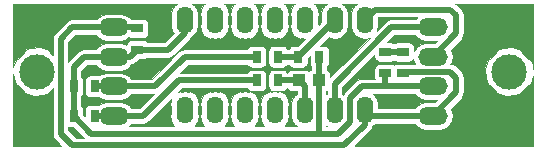
<source format=gbr>
G04 #@! TF.FileFunction,Copper,L2,Bot,Signal*
%FSLAX46Y46*%
G04 Gerber Fmt 4.6, Leading zero omitted, Abs format (unit mm)*
G04 Created by KiCad (PCBNEW 4.0.5) date 02/15/17 12:19:56*
%MOMM*%
%LPD*%
G01*
G04 APERTURE LIST*
%ADD10C,0.100000*%
%ADD11R,1.000000X0.800000*%
%ADD12O,2.500000X1.500000*%
%ADD13C,3.000000*%
%ADD14R,0.800000X1.000000*%
%ADD15O,1.400000X2.300000*%
%ADD16R,1.100000X1.000000*%
%ADD17C,0.500000*%
%ADD18C,0.026000*%
G04 APERTURE END LIST*
D10*
D11*
X11000000Y-4400000D03*
X11000000Y-2600000D03*
D12*
X9000000Y-2500000D03*
X9000000Y-5000000D03*
X9000000Y-7500000D03*
X9000000Y-10000000D03*
D13*
X2500000Y-6250000D03*
D12*
X36000000Y-10000000D03*
X36000000Y-7500000D03*
X36000000Y-5000000D03*
X36000000Y-2500000D03*
D13*
X42500000Y-6250000D03*
D14*
X5600000Y-10000000D03*
X7400000Y-10000000D03*
X5600000Y-7500000D03*
X7400000Y-7500000D03*
D15*
X15000000Y-9500000D03*
X17540000Y-9500000D03*
X20080000Y-9500000D03*
X22620000Y-9500000D03*
X25160000Y-9500000D03*
X27700000Y-9500000D03*
X30240000Y-9500000D03*
X30240000Y-1880000D03*
X27700000Y-1880000D03*
X25160000Y-1880000D03*
X22620000Y-1880000D03*
X20080000Y-1880000D03*
X17540000Y-1880000D03*
X15000000Y-1880000D03*
D16*
X26350000Y-7000000D03*
X24650000Y-7000000D03*
D14*
X24600000Y-5000000D03*
X26400000Y-5000000D03*
X22900000Y-7000000D03*
X21100000Y-7000000D03*
X22900000Y-5000000D03*
X21100000Y-5000000D03*
D11*
X33500000Y-4600000D03*
X33500000Y-6400000D03*
X32000000Y-4600000D03*
X32000000Y-6400000D03*
D17*
X32000000Y-6400000D02*
X32000000Y-7500000D01*
X26350000Y-7000000D02*
X26350000Y-11500000D01*
X26350000Y-11500000D02*
X26500000Y-11500000D01*
X26400000Y-5000000D02*
X26400000Y-6950000D01*
X26400000Y-6950000D02*
X26350000Y-7000000D01*
X36000000Y-7500000D02*
X32000000Y-7500000D01*
X32000000Y-7500000D02*
X30000000Y-7500000D01*
X30000000Y-7500000D02*
X29000000Y-8500000D01*
X29000000Y-8500000D02*
X29000000Y-10500000D01*
X29000000Y-10500000D02*
X28000000Y-11500000D01*
X28000000Y-11500000D02*
X26500000Y-11500000D01*
X7100000Y-11500000D02*
X5600000Y-10000000D01*
X26500000Y-11500000D02*
X7100000Y-11500000D01*
X11000000Y-4400000D02*
X13600000Y-4400000D01*
X15000000Y-3000000D02*
X15000000Y-1880000D01*
X13600000Y-4400000D02*
X15000000Y-3000000D01*
X5600000Y-7500000D02*
X5600000Y-5900000D01*
X6500000Y-5000000D02*
X9000000Y-5000000D01*
X5600000Y-5900000D02*
X6500000Y-5000000D01*
X5600000Y-7500000D02*
X5600000Y-10000000D01*
X9000000Y-5000000D02*
X10400000Y-5000000D01*
X10400000Y-5000000D02*
X11000000Y-4400000D01*
X33500000Y-6400000D02*
X33650000Y-6250000D01*
X33650000Y-6250000D02*
X37500000Y-6250000D01*
X37500000Y-6250000D02*
X38000000Y-6750000D01*
X38000000Y-6750000D02*
X38000000Y-8000000D01*
X38000000Y-8000000D02*
X36000000Y-10000000D01*
X30240000Y-9500000D02*
X30240000Y-10760000D01*
X5500000Y-2500000D02*
X9000000Y-2500000D01*
X4500000Y-3500000D02*
X5500000Y-2500000D01*
X4500000Y-11500000D02*
X4500000Y-3500000D01*
X5500000Y-12500000D02*
X4500000Y-11500000D01*
X28500000Y-12500000D02*
X5500000Y-12500000D01*
X30240000Y-10760000D02*
X28500000Y-12500000D01*
X36000000Y-10000000D02*
X30740000Y-10000000D01*
X30740000Y-10000000D02*
X30240000Y-9500000D01*
X9000000Y-2500000D02*
X8000000Y-2500000D01*
X9000000Y-2500000D02*
X10900000Y-2500000D01*
X10900000Y-2500000D02*
X11000000Y-2600000D01*
X21100000Y-5000000D02*
X15000000Y-5000000D01*
X12500000Y-7500000D02*
X9000000Y-7500000D01*
X15000000Y-5000000D02*
X12500000Y-7500000D01*
X7400000Y-7500000D02*
X9000000Y-7500000D01*
X9000000Y-10000000D02*
X11500000Y-10000000D01*
X14500000Y-7000000D02*
X21100000Y-7000000D01*
X11500000Y-10000000D02*
X14500000Y-7000000D01*
X7400000Y-10000000D02*
X9000000Y-10000000D01*
X30240000Y-1880000D02*
X31120000Y-1000000D01*
X38000000Y-3000000D02*
X36000000Y-5000000D01*
X38000000Y-1500000D02*
X38000000Y-3000000D01*
X37500000Y-1000000D02*
X38000000Y-1500000D01*
X31120000Y-1000000D02*
X37500000Y-1000000D01*
X27700000Y-9500000D02*
X27700000Y-7300000D01*
X32500000Y-2500000D02*
X36000000Y-2500000D01*
X27700000Y-7300000D02*
X32500000Y-2500000D01*
X25160000Y-9500000D02*
X25160000Y-7510000D01*
X25160000Y-7510000D02*
X24650000Y-7000000D01*
X22900000Y-7000000D02*
X24650000Y-7000000D01*
X24600000Y-5000000D02*
X24600000Y-4980000D01*
X24600000Y-4980000D02*
X27700000Y-1880000D01*
X22900000Y-5000000D02*
X24600000Y-5000000D01*
X32000000Y-4600000D02*
X33500000Y-4600000D01*
D18*
G36*
X516444Y-6808169D02*
X702729Y-7257901D01*
X975307Y-7433867D01*
X977040Y-7432134D01*
X1317569Y-7773257D01*
X1316133Y-7774693D01*
X1492099Y-8047271D01*
X2256607Y-8296169D01*
X3058169Y-8233556D01*
X3507901Y-8047271D01*
X3683867Y-7774693D01*
X3682134Y-7772960D01*
X3837000Y-7618364D01*
X3837000Y-11500000D01*
X3887468Y-11753719D01*
X4031188Y-11968812D01*
X4574377Y-12512000D01*
X488000Y-12512000D01*
X488000Y-6444033D01*
X516444Y-6808169D01*
X516444Y-6808169D01*
G37*
X516444Y-6808169D02*
X702729Y-7257901D01*
X975307Y-7433867D01*
X977040Y-7432134D01*
X1317569Y-7773257D01*
X1316133Y-7774693D01*
X1492099Y-8047271D01*
X2256607Y-8296169D01*
X3058169Y-8233556D01*
X3507901Y-8047271D01*
X3683867Y-7774693D01*
X3682134Y-7772960D01*
X3837000Y-7618364D01*
X3837000Y-11500000D01*
X3887468Y-11753719D01*
X4031188Y-11968812D01*
X4574377Y-12512000D01*
X488000Y-12512000D01*
X488000Y-6444033D01*
X516444Y-6808169D01*
G36*
X44512000Y-6055967D02*
X44483556Y-5691831D01*
X44297271Y-5242099D01*
X44024693Y-5066133D01*
X44022960Y-5067866D01*
X43682431Y-4726743D01*
X43683867Y-4725307D01*
X43507901Y-4452729D01*
X42743393Y-4203831D01*
X41941831Y-4266444D01*
X41492099Y-4452729D01*
X41316133Y-4725307D01*
X41317866Y-4727040D01*
X40976743Y-5067569D01*
X40975307Y-5066133D01*
X40702729Y-5242099D01*
X40453831Y-6006607D01*
X40516444Y-6808169D01*
X40702729Y-7257901D01*
X40975307Y-7433867D01*
X40977040Y-7432134D01*
X41317569Y-7773257D01*
X41316133Y-7774693D01*
X41492099Y-8047271D01*
X42256607Y-8296169D01*
X43058169Y-8233556D01*
X43507901Y-8047271D01*
X43683867Y-7774693D01*
X43682134Y-7772960D01*
X44023257Y-7432431D01*
X44024693Y-7433867D01*
X44297271Y-7257901D01*
X44512000Y-6598346D01*
X44512000Y-12512000D01*
X29425624Y-12512000D01*
X30708812Y-11228812D01*
X30852532Y-11013719D01*
X30882242Y-10864362D01*
X31027010Y-10767631D01*
X31096922Y-10663000D01*
X34538570Y-10663000D01*
X34645055Y-10822365D01*
X35022359Y-11074472D01*
X35467420Y-11163000D01*
X36532580Y-11163000D01*
X36977641Y-11074472D01*
X37354945Y-10822365D01*
X37607052Y-10445061D01*
X37695580Y-10000000D01*
X37607052Y-9554939D01*
X37517183Y-9420441D01*
X38468812Y-8468812D01*
X38612532Y-8253719D01*
X38663000Y-8000000D01*
X38663000Y-6750000D01*
X38612532Y-6496281D01*
X38468812Y-6281188D01*
X37968812Y-5781188D01*
X37753719Y-5637468D01*
X37510779Y-5589144D01*
X37607052Y-5445061D01*
X37695580Y-5000000D01*
X37607052Y-4554939D01*
X37517183Y-4420441D01*
X38468812Y-3468812D01*
X38612532Y-3253719D01*
X38663000Y-3000000D01*
X38663000Y-1500000D01*
X38612532Y-1246281D01*
X38468812Y-1031188D01*
X37968812Y-531188D01*
X37904176Y-488000D01*
X44512000Y-488000D01*
X44512000Y-6055967D01*
X44512000Y-6055967D01*
G37*
X44512000Y-6055967D02*
X44483556Y-5691831D01*
X44297271Y-5242099D01*
X44024693Y-5066133D01*
X44022960Y-5067866D01*
X43682431Y-4726743D01*
X43683867Y-4725307D01*
X43507901Y-4452729D01*
X42743393Y-4203831D01*
X41941831Y-4266444D01*
X41492099Y-4452729D01*
X41316133Y-4725307D01*
X41317866Y-4727040D01*
X40976743Y-5067569D01*
X40975307Y-5066133D01*
X40702729Y-5242099D01*
X40453831Y-6006607D01*
X40516444Y-6808169D01*
X40702729Y-7257901D01*
X40975307Y-7433867D01*
X40977040Y-7432134D01*
X41317569Y-7773257D01*
X41316133Y-7774693D01*
X41492099Y-8047271D01*
X42256607Y-8296169D01*
X43058169Y-8233556D01*
X43507901Y-8047271D01*
X43683867Y-7774693D01*
X43682134Y-7772960D01*
X44023257Y-7432431D01*
X44024693Y-7433867D01*
X44297271Y-7257901D01*
X44512000Y-6598346D01*
X44512000Y-12512000D01*
X29425624Y-12512000D01*
X30708812Y-11228812D01*
X30852532Y-11013719D01*
X30882242Y-10864362D01*
X31027010Y-10767631D01*
X31096922Y-10663000D01*
X34538570Y-10663000D01*
X34645055Y-10822365D01*
X35022359Y-11074472D01*
X35467420Y-11163000D01*
X36532580Y-11163000D01*
X36977641Y-11074472D01*
X37354945Y-10822365D01*
X37607052Y-10445061D01*
X37695580Y-10000000D01*
X37607052Y-9554939D01*
X37517183Y-9420441D01*
X38468812Y-8468812D01*
X38612532Y-8253719D01*
X38663000Y-8000000D01*
X38663000Y-6750000D01*
X38612532Y-6496281D01*
X38468812Y-6281188D01*
X37968812Y-5781188D01*
X37753719Y-5637468D01*
X37510779Y-5589144D01*
X37607052Y-5445061D01*
X37695580Y-5000000D01*
X37607052Y-4554939D01*
X37517183Y-4420441D01*
X38468812Y-3468812D01*
X38612532Y-3253719D01*
X38663000Y-3000000D01*
X38663000Y-1500000D01*
X38612532Y-1246281D01*
X38468812Y-1031188D01*
X37968812Y-531188D01*
X37904176Y-488000D01*
X44512000Y-488000D01*
X44512000Y-6055967D01*
G36*
X5200000Y-10921091D02*
X5583467Y-10921091D01*
X6499376Y-11837000D01*
X5774623Y-11837000D01*
X5163000Y-11225376D01*
X5163000Y-10913598D01*
X5200000Y-10921091D01*
X5200000Y-10921091D01*
G37*
X5200000Y-10921091D02*
X5583467Y-10921091D01*
X6499376Y-11837000D01*
X5774623Y-11837000D01*
X5163000Y-11225376D01*
X5163000Y-10913598D01*
X5200000Y-10921091D01*
G36*
X16641217Y-548504D02*
X16372299Y-959553D01*
X16281153Y-1442223D01*
X16427000Y-1636583D01*
X16427000Y-2123417D01*
X16281153Y-2317777D01*
X16372299Y-2800447D01*
X16641217Y-3211496D01*
X17114718Y-3474542D01*
X17248944Y-3415727D01*
X17540000Y-3473621D01*
X17831056Y-3415727D01*
X17965282Y-3474542D01*
X18438783Y-3211496D01*
X18707701Y-2800447D01*
X18798847Y-2317777D01*
X18653000Y-2123417D01*
X18653000Y-1636583D01*
X18798847Y-1442223D01*
X18707701Y-959553D01*
X18438783Y-548504D01*
X18329872Y-488000D01*
X19290128Y-488000D01*
X19181217Y-548504D01*
X18912299Y-959553D01*
X18821153Y-1442223D01*
X18967000Y-1636583D01*
X18967000Y-2123417D01*
X18821153Y-2317777D01*
X18912299Y-2800447D01*
X19181217Y-3211496D01*
X19654718Y-3474542D01*
X19788944Y-3415727D01*
X20080000Y-3473621D01*
X20371056Y-3415727D01*
X20505282Y-3474542D01*
X20978783Y-3211496D01*
X21247701Y-2800447D01*
X21338847Y-2317777D01*
X21193000Y-2123417D01*
X21193000Y-1636583D01*
X21338847Y-1442223D01*
X21247701Y-959553D01*
X20978783Y-548504D01*
X20869872Y-488000D01*
X21830128Y-488000D01*
X21721217Y-548504D01*
X21452299Y-959553D01*
X21361153Y-1442223D01*
X21507000Y-1636583D01*
X21507000Y-2123417D01*
X21361153Y-2317777D01*
X21452299Y-2800447D01*
X21721217Y-3211496D01*
X22194718Y-3474542D01*
X22328944Y-3415727D01*
X22620000Y-3473621D01*
X22911056Y-3415727D01*
X23045282Y-3474542D01*
X23518783Y-3211496D01*
X23787701Y-2800447D01*
X23878847Y-2317777D01*
X23733000Y-2123417D01*
X23733000Y-1636583D01*
X23878847Y-1442223D01*
X23787701Y-959553D01*
X23518783Y-548504D01*
X23409872Y-488000D01*
X24370128Y-488000D01*
X24261217Y-548504D01*
X23992299Y-959553D01*
X23901153Y-1442223D01*
X24047000Y-1636583D01*
X24047000Y-2123417D01*
X23901153Y-2317777D01*
X23992299Y-2800447D01*
X24261217Y-3211496D01*
X24734718Y-3474542D01*
X24868944Y-3415727D01*
X25160000Y-3473621D01*
X25170929Y-3471447D01*
X24563467Y-4078909D01*
X24200000Y-4078909D01*
X24046951Y-4107707D01*
X23906386Y-4198159D01*
X23812085Y-4336172D01*
X23811917Y-4337000D01*
X23685890Y-4337000D01*
X23601841Y-4206386D01*
X23463828Y-4112085D01*
X23300000Y-4078909D01*
X22500000Y-4078909D01*
X22346951Y-4107707D01*
X22206386Y-4198159D01*
X22112085Y-4336172D01*
X22078909Y-4500000D01*
X22078909Y-5500000D01*
X22107707Y-5653049D01*
X22198159Y-5793614D01*
X22336172Y-5887915D01*
X22500000Y-5921091D01*
X23300000Y-5921091D01*
X23453049Y-5892293D01*
X23593614Y-5801841D01*
X23687915Y-5663828D01*
X23688083Y-5663000D01*
X23814110Y-5663000D01*
X23898159Y-5793614D01*
X24036172Y-5887915D01*
X24200000Y-5921091D01*
X25000000Y-5921091D01*
X25153049Y-5892293D01*
X25293614Y-5801841D01*
X25387915Y-5663828D01*
X25421091Y-5500000D01*
X25421091Y-5096533D01*
X25578909Y-4938715D01*
X25578909Y-5500000D01*
X25607707Y-5653049D01*
X25698159Y-5793614D01*
X25737000Y-5820153D01*
X25737000Y-6090763D01*
X25646951Y-6107707D01*
X25506386Y-6198159D01*
X25501107Y-6205885D01*
X25363828Y-6112085D01*
X25200000Y-6078909D01*
X24100000Y-6078909D01*
X23946951Y-6107707D01*
X23806386Y-6198159D01*
X23712085Y-6336172D01*
X23711917Y-6337000D01*
X23685890Y-6337000D01*
X23601841Y-6206386D01*
X23463828Y-6112085D01*
X23300000Y-6078909D01*
X22500000Y-6078909D01*
X22346951Y-6107707D01*
X22206386Y-6198159D01*
X22112085Y-6336172D01*
X22078909Y-6500000D01*
X22078909Y-7500000D01*
X22107707Y-7653049D01*
X22198159Y-7793614D01*
X22336172Y-7887915D01*
X22500000Y-7921091D01*
X22546038Y-7921091D01*
X22328944Y-7964273D01*
X22194718Y-7905458D01*
X21721217Y-8168504D01*
X21452299Y-8579553D01*
X21361153Y-9062223D01*
X21507000Y-9256583D01*
X21507000Y-9743417D01*
X21361153Y-9937777D01*
X21452299Y-10420447D01*
X21721217Y-10831496D01*
X21731125Y-10837000D01*
X20968875Y-10837000D01*
X20978783Y-10831496D01*
X21247701Y-10420447D01*
X21338847Y-9937777D01*
X21193000Y-9743417D01*
X21193000Y-9256583D01*
X21338847Y-9062223D01*
X21247701Y-8579553D01*
X20978783Y-8168504D01*
X20505282Y-7905458D01*
X20371056Y-7964273D01*
X20080000Y-7906379D01*
X19788944Y-7964273D01*
X19654718Y-7905458D01*
X19181217Y-8168504D01*
X18912299Y-8579553D01*
X18821153Y-9062223D01*
X18967000Y-9256583D01*
X18967000Y-9743417D01*
X18821153Y-9937777D01*
X18912299Y-10420447D01*
X19181217Y-10831496D01*
X19191125Y-10837000D01*
X18428875Y-10837000D01*
X18438783Y-10831496D01*
X18707701Y-10420447D01*
X18798847Y-9937777D01*
X18653000Y-9743417D01*
X18653000Y-9256583D01*
X18798847Y-9062223D01*
X18707701Y-8579553D01*
X18438783Y-8168504D01*
X17965282Y-7905458D01*
X17831056Y-7964273D01*
X17540000Y-7906379D01*
X17248944Y-7964273D01*
X17114718Y-7905458D01*
X16641217Y-8168504D01*
X16372299Y-8579553D01*
X16281153Y-9062223D01*
X16427000Y-9256583D01*
X16427000Y-9743417D01*
X16281153Y-9937777D01*
X16372299Y-10420447D01*
X16641217Y-10831496D01*
X16651125Y-10837000D01*
X15888875Y-10837000D01*
X15898783Y-10831496D01*
X16167701Y-10420447D01*
X16258847Y-9937777D01*
X16113000Y-9743417D01*
X16113000Y-9256583D01*
X16258847Y-9062223D01*
X16167701Y-8579553D01*
X15898783Y-8168504D01*
X15425282Y-7905458D01*
X15291056Y-7964273D01*
X15000000Y-7906379D01*
X14708944Y-7964273D01*
X14574718Y-7905458D01*
X14478981Y-7958643D01*
X14774624Y-7663000D01*
X20314110Y-7663000D01*
X20398159Y-7793614D01*
X20536172Y-7887915D01*
X20700000Y-7921091D01*
X21500000Y-7921091D01*
X21653049Y-7892293D01*
X21793614Y-7801841D01*
X21887915Y-7663828D01*
X21921091Y-7500000D01*
X21921091Y-6500000D01*
X21892293Y-6346951D01*
X21801841Y-6206386D01*
X21663828Y-6112085D01*
X21500000Y-6078909D01*
X20700000Y-6078909D01*
X20546951Y-6107707D01*
X20406386Y-6198159D01*
X20312085Y-6336172D01*
X20311917Y-6337000D01*
X14600624Y-6337000D01*
X15274624Y-5663000D01*
X20314110Y-5663000D01*
X20398159Y-5793614D01*
X20536172Y-5887915D01*
X20700000Y-5921091D01*
X21500000Y-5921091D01*
X21653049Y-5892293D01*
X21793614Y-5801841D01*
X21887915Y-5663828D01*
X21921091Y-5500000D01*
X21921091Y-4500000D01*
X21892293Y-4346951D01*
X21801841Y-4206386D01*
X21663828Y-4112085D01*
X21500000Y-4078909D01*
X20700000Y-4078909D01*
X20546951Y-4107707D01*
X20406386Y-4198159D01*
X20312085Y-4336172D01*
X20311917Y-4337000D01*
X15000000Y-4337000D01*
X14746281Y-4387468D01*
X14531188Y-4531188D01*
X12225376Y-6837000D01*
X10461430Y-6837000D01*
X10354945Y-6677635D01*
X9977641Y-6425528D01*
X9532580Y-6337000D01*
X8467420Y-6337000D01*
X8022359Y-6425528D01*
X7792809Y-6578909D01*
X7000000Y-6578909D01*
X6846951Y-6607707D01*
X6706386Y-6698159D01*
X6612085Y-6836172D01*
X6578909Y-7000000D01*
X6578909Y-8000000D01*
X6607707Y-8153049D01*
X6698159Y-8293614D01*
X6836172Y-8387915D01*
X7000000Y-8421091D01*
X7792809Y-8421091D01*
X8022359Y-8574472D01*
X8467420Y-8663000D01*
X9532580Y-8663000D01*
X9977641Y-8574472D01*
X10354945Y-8322365D01*
X10461430Y-8163000D01*
X12399376Y-8163000D01*
X11225376Y-9337000D01*
X10461430Y-9337000D01*
X10354945Y-9177635D01*
X9977641Y-8925528D01*
X9532580Y-8837000D01*
X8467420Y-8837000D01*
X8022359Y-8925528D01*
X7792809Y-9078909D01*
X7000000Y-9078909D01*
X6846951Y-9107707D01*
X6706386Y-9198159D01*
X6612085Y-9336172D01*
X6578909Y-9500000D01*
X6578909Y-10041285D01*
X6421091Y-9883467D01*
X6421091Y-9500000D01*
X6392293Y-9346951D01*
X6301841Y-9206386D01*
X6263000Y-9179847D01*
X6263000Y-8321541D01*
X6293614Y-8301841D01*
X6387915Y-8163828D01*
X6421091Y-8000000D01*
X6421091Y-7000000D01*
X6392293Y-6846951D01*
X6301841Y-6706386D01*
X6263000Y-6679847D01*
X6263000Y-6174624D01*
X6774624Y-5663000D01*
X7538570Y-5663000D01*
X7645055Y-5822365D01*
X8022359Y-6074472D01*
X8467420Y-6163000D01*
X9532580Y-6163000D01*
X9977641Y-6074472D01*
X10354945Y-5822365D01*
X10470846Y-5648908D01*
X10653719Y-5612532D01*
X10868812Y-5468812D01*
X11116533Y-5221091D01*
X11500000Y-5221091D01*
X11653049Y-5192293D01*
X11793614Y-5101841D01*
X11820153Y-5063000D01*
X13600000Y-5063000D01*
X13853719Y-5012532D01*
X14068812Y-4868812D01*
X15468812Y-3468812D01*
X15599864Y-3272678D01*
X15787010Y-3147631D01*
X16028278Y-2786548D01*
X16113000Y-2360621D01*
X16113000Y-1399379D01*
X16028278Y-973452D01*
X15787010Y-612369D01*
X15600879Y-488000D01*
X16750128Y-488000D01*
X16641217Y-548504D01*
X16641217Y-548504D01*
G37*
X16641217Y-548504D02*
X16372299Y-959553D01*
X16281153Y-1442223D01*
X16427000Y-1636583D01*
X16427000Y-2123417D01*
X16281153Y-2317777D01*
X16372299Y-2800447D01*
X16641217Y-3211496D01*
X17114718Y-3474542D01*
X17248944Y-3415727D01*
X17540000Y-3473621D01*
X17831056Y-3415727D01*
X17965282Y-3474542D01*
X18438783Y-3211496D01*
X18707701Y-2800447D01*
X18798847Y-2317777D01*
X18653000Y-2123417D01*
X18653000Y-1636583D01*
X18798847Y-1442223D01*
X18707701Y-959553D01*
X18438783Y-548504D01*
X18329872Y-488000D01*
X19290128Y-488000D01*
X19181217Y-548504D01*
X18912299Y-959553D01*
X18821153Y-1442223D01*
X18967000Y-1636583D01*
X18967000Y-2123417D01*
X18821153Y-2317777D01*
X18912299Y-2800447D01*
X19181217Y-3211496D01*
X19654718Y-3474542D01*
X19788944Y-3415727D01*
X20080000Y-3473621D01*
X20371056Y-3415727D01*
X20505282Y-3474542D01*
X20978783Y-3211496D01*
X21247701Y-2800447D01*
X21338847Y-2317777D01*
X21193000Y-2123417D01*
X21193000Y-1636583D01*
X21338847Y-1442223D01*
X21247701Y-959553D01*
X20978783Y-548504D01*
X20869872Y-488000D01*
X21830128Y-488000D01*
X21721217Y-548504D01*
X21452299Y-959553D01*
X21361153Y-1442223D01*
X21507000Y-1636583D01*
X21507000Y-2123417D01*
X21361153Y-2317777D01*
X21452299Y-2800447D01*
X21721217Y-3211496D01*
X22194718Y-3474542D01*
X22328944Y-3415727D01*
X22620000Y-3473621D01*
X22911056Y-3415727D01*
X23045282Y-3474542D01*
X23518783Y-3211496D01*
X23787701Y-2800447D01*
X23878847Y-2317777D01*
X23733000Y-2123417D01*
X23733000Y-1636583D01*
X23878847Y-1442223D01*
X23787701Y-959553D01*
X23518783Y-548504D01*
X23409872Y-488000D01*
X24370128Y-488000D01*
X24261217Y-548504D01*
X23992299Y-959553D01*
X23901153Y-1442223D01*
X24047000Y-1636583D01*
X24047000Y-2123417D01*
X23901153Y-2317777D01*
X23992299Y-2800447D01*
X24261217Y-3211496D01*
X24734718Y-3474542D01*
X24868944Y-3415727D01*
X25160000Y-3473621D01*
X25170929Y-3471447D01*
X24563467Y-4078909D01*
X24200000Y-4078909D01*
X24046951Y-4107707D01*
X23906386Y-4198159D01*
X23812085Y-4336172D01*
X23811917Y-4337000D01*
X23685890Y-4337000D01*
X23601841Y-4206386D01*
X23463828Y-4112085D01*
X23300000Y-4078909D01*
X22500000Y-4078909D01*
X22346951Y-4107707D01*
X22206386Y-4198159D01*
X22112085Y-4336172D01*
X22078909Y-4500000D01*
X22078909Y-5500000D01*
X22107707Y-5653049D01*
X22198159Y-5793614D01*
X22336172Y-5887915D01*
X22500000Y-5921091D01*
X23300000Y-5921091D01*
X23453049Y-5892293D01*
X23593614Y-5801841D01*
X23687915Y-5663828D01*
X23688083Y-5663000D01*
X23814110Y-5663000D01*
X23898159Y-5793614D01*
X24036172Y-5887915D01*
X24200000Y-5921091D01*
X25000000Y-5921091D01*
X25153049Y-5892293D01*
X25293614Y-5801841D01*
X25387915Y-5663828D01*
X25421091Y-5500000D01*
X25421091Y-5096533D01*
X25578909Y-4938715D01*
X25578909Y-5500000D01*
X25607707Y-5653049D01*
X25698159Y-5793614D01*
X25737000Y-5820153D01*
X25737000Y-6090763D01*
X25646951Y-6107707D01*
X25506386Y-6198159D01*
X25501107Y-6205885D01*
X25363828Y-6112085D01*
X25200000Y-6078909D01*
X24100000Y-6078909D01*
X23946951Y-6107707D01*
X23806386Y-6198159D01*
X23712085Y-6336172D01*
X23711917Y-6337000D01*
X23685890Y-6337000D01*
X23601841Y-6206386D01*
X23463828Y-6112085D01*
X23300000Y-6078909D01*
X22500000Y-6078909D01*
X22346951Y-6107707D01*
X22206386Y-6198159D01*
X22112085Y-6336172D01*
X22078909Y-6500000D01*
X22078909Y-7500000D01*
X22107707Y-7653049D01*
X22198159Y-7793614D01*
X22336172Y-7887915D01*
X22500000Y-7921091D01*
X22546038Y-7921091D01*
X22328944Y-7964273D01*
X22194718Y-7905458D01*
X21721217Y-8168504D01*
X21452299Y-8579553D01*
X21361153Y-9062223D01*
X21507000Y-9256583D01*
X21507000Y-9743417D01*
X21361153Y-9937777D01*
X21452299Y-10420447D01*
X21721217Y-10831496D01*
X21731125Y-10837000D01*
X20968875Y-10837000D01*
X20978783Y-10831496D01*
X21247701Y-10420447D01*
X21338847Y-9937777D01*
X21193000Y-9743417D01*
X21193000Y-9256583D01*
X21338847Y-9062223D01*
X21247701Y-8579553D01*
X20978783Y-8168504D01*
X20505282Y-7905458D01*
X20371056Y-7964273D01*
X20080000Y-7906379D01*
X19788944Y-7964273D01*
X19654718Y-7905458D01*
X19181217Y-8168504D01*
X18912299Y-8579553D01*
X18821153Y-9062223D01*
X18967000Y-9256583D01*
X18967000Y-9743417D01*
X18821153Y-9937777D01*
X18912299Y-10420447D01*
X19181217Y-10831496D01*
X19191125Y-10837000D01*
X18428875Y-10837000D01*
X18438783Y-10831496D01*
X18707701Y-10420447D01*
X18798847Y-9937777D01*
X18653000Y-9743417D01*
X18653000Y-9256583D01*
X18798847Y-9062223D01*
X18707701Y-8579553D01*
X18438783Y-8168504D01*
X17965282Y-7905458D01*
X17831056Y-7964273D01*
X17540000Y-7906379D01*
X17248944Y-7964273D01*
X17114718Y-7905458D01*
X16641217Y-8168504D01*
X16372299Y-8579553D01*
X16281153Y-9062223D01*
X16427000Y-9256583D01*
X16427000Y-9743417D01*
X16281153Y-9937777D01*
X16372299Y-10420447D01*
X16641217Y-10831496D01*
X16651125Y-10837000D01*
X15888875Y-10837000D01*
X15898783Y-10831496D01*
X16167701Y-10420447D01*
X16258847Y-9937777D01*
X16113000Y-9743417D01*
X16113000Y-9256583D01*
X16258847Y-9062223D01*
X16167701Y-8579553D01*
X15898783Y-8168504D01*
X15425282Y-7905458D01*
X15291056Y-7964273D01*
X15000000Y-7906379D01*
X14708944Y-7964273D01*
X14574718Y-7905458D01*
X14478981Y-7958643D01*
X14774624Y-7663000D01*
X20314110Y-7663000D01*
X20398159Y-7793614D01*
X20536172Y-7887915D01*
X20700000Y-7921091D01*
X21500000Y-7921091D01*
X21653049Y-7892293D01*
X21793614Y-7801841D01*
X21887915Y-7663828D01*
X21921091Y-7500000D01*
X21921091Y-6500000D01*
X21892293Y-6346951D01*
X21801841Y-6206386D01*
X21663828Y-6112085D01*
X21500000Y-6078909D01*
X20700000Y-6078909D01*
X20546951Y-6107707D01*
X20406386Y-6198159D01*
X20312085Y-6336172D01*
X20311917Y-6337000D01*
X14600624Y-6337000D01*
X15274624Y-5663000D01*
X20314110Y-5663000D01*
X20398159Y-5793614D01*
X20536172Y-5887915D01*
X20700000Y-5921091D01*
X21500000Y-5921091D01*
X21653049Y-5892293D01*
X21793614Y-5801841D01*
X21887915Y-5663828D01*
X21921091Y-5500000D01*
X21921091Y-4500000D01*
X21892293Y-4346951D01*
X21801841Y-4206386D01*
X21663828Y-4112085D01*
X21500000Y-4078909D01*
X20700000Y-4078909D01*
X20546951Y-4107707D01*
X20406386Y-4198159D01*
X20312085Y-4336172D01*
X20311917Y-4337000D01*
X15000000Y-4337000D01*
X14746281Y-4387468D01*
X14531188Y-4531188D01*
X12225376Y-6837000D01*
X10461430Y-6837000D01*
X10354945Y-6677635D01*
X9977641Y-6425528D01*
X9532580Y-6337000D01*
X8467420Y-6337000D01*
X8022359Y-6425528D01*
X7792809Y-6578909D01*
X7000000Y-6578909D01*
X6846951Y-6607707D01*
X6706386Y-6698159D01*
X6612085Y-6836172D01*
X6578909Y-7000000D01*
X6578909Y-8000000D01*
X6607707Y-8153049D01*
X6698159Y-8293614D01*
X6836172Y-8387915D01*
X7000000Y-8421091D01*
X7792809Y-8421091D01*
X8022359Y-8574472D01*
X8467420Y-8663000D01*
X9532580Y-8663000D01*
X9977641Y-8574472D01*
X10354945Y-8322365D01*
X10461430Y-8163000D01*
X12399376Y-8163000D01*
X11225376Y-9337000D01*
X10461430Y-9337000D01*
X10354945Y-9177635D01*
X9977641Y-8925528D01*
X9532580Y-8837000D01*
X8467420Y-8837000D01*
X8022359Y-8925528D01*
X7792809Y-9078909D01*
X7000000Y-9078909D01*
X6846951Y-9107707D01*
X6706386Y-9198159D01*
X6612085Y-9336172D01*
X6578909Y-9500000D01*
X6578909Y-10041285D01*
X6421091Y-9883467D01*
X6421091Y-9500000D01*
X6392293Y-9346951D01*
X6301841Y-9206386D01*
X6263000Y-9179847D01*
X6263000Y-8321541D01*
X6293614Y-8301841D01*
X6387915Y-8163828D01*
X6421091Y-8000000D01*
X6421091Y-7000000D01*
X6392293Y-6846951D01*
X6301841Y-6706386D01*
X6263000Y-6679847D01*
X6263000Y-6174624D01*
X6774624Y-5663000D01*
X7538570Y-5663000D01*
X7645055Y-5822365D01*
X8022359Y-6074472D01*
X8467420Y-6163000D01*
X9532580Y-6163000D01*
X9977641Y-6074472D01*
X10354945Y-5822365D01*
X10470846Y-5648908D01*
X10653719Y-5612532D01*
X10868812Y-5468812D01*
X11116533Y-5221091D01*
X11500000Y-5221091D01*
X11653049Y-5192293D01*
X11793614Y-5101841D01*
X11820153Y-5063000D01*
X13600000Y-5063000D01*
X13853719Y-5012532D01*
X14068812Y-4868812D01*
X15468812Y-3468812D01*
X15599864Y-3272678D01*
X15787010Y-3147631D01*
X16028278Y-2786548D01*
X16113000Y-2360621D01*
X16113000Y-1399379D01*
X16028278Y-973452D01*
X15787010Y-612369D01*
X15600879Y-488000D01*
X16750128Y-488000D01*
X16641217Y-548504D01*
G36*
X23798159Y-7793614D02*
X23936172Y-7887915D01*
X24100000Y-7921091D01*
X24497000Y-7921091D01*
X24497000Y-8149508D01*
X24372990Y-8232369D01*
X24131722Y-8593452D01*
X24047000Y-9019379D01*
X24047000Y-9980621D01*
X24131722Y-10406548D01*
X24372990Y-10767631D01*
X24476808Y-10837000D01*
X23508875Y-10837000D01*
X23518783Y-10831496D01*
X23787701Y-10420447D01*
X23878847Y-9937777D01*
X23733000Y-9743417D01*
X23733000Y-9256583D01*
X23878847Y-9062223D01*
X23787701Y-8579553D01*
X23518783Y-8168504D01*
X23073422Y-7921091D01*
X23300000Y-7921091D01*
X23453049Y-7892293D01*
X23593614Y-7801841D01*
X23687915Y-7663828D01*
X23688083Y-7663000D01*
X23714110Y-7663000D01*
X23798159Y-7793614D01*
X23798159Y-7793614D01*
G37*
X23798159Y-7793614D02*
X23936172Y-7887915D01*
X24100000Y-7921091D01*
X24497000Y-7921091D01*
X24497000Y-8149508D01*
X24372990Y-8232369D01*
X24131722Y-8593452D01*
X24047000Y-9019379D01*
X24047000Y-9980621D01*
X24131722Y-10406548D01*
X24372990Y-10767631D01*
X24476808Y-10837000D01*
X23508875Y-10837000D01*
X23518783Y-10831496D01*
X23787701Y-10420447D01*
X23878847Y-9937777D01*
X23733000Y-9743417D01*
X23733000Y-9256583D01*
X23878847Y-9062223D01*
X23787701Y-8579553D01*
X23518783Y-8168504D01*
X23073422Y-7921091D01*
X23300000Y-7921091D01*
X23453049Y-7892293D01*
X23593614Y-7801841D01*
X23687915Y-7663828D01*
X23688083Y-7663000D01*
X23714110Y-7663000D01*
X23798159Y-7793614D01*
G36*
X13741153Y-9062223D02*
X13887000Y-9256583D01*
X13887000Y-9743417D01*
X13741153Y-9937777D01*
X13832299Y-10420447D01*
X14101217Y-10831496D01*
X14111125Y-10837000D01*
X10333042Y-10837000D01*
X10354945Y-10822365D01*
X10461430Y-10663000D01*
X11500000Y-10663000D01*
X11753719Y-10612532D01*
X11968812Y-10468812D01*
X13826299Y-8611325D01*
X13741153Y-9062223D01*
X13741153Y-9062223D01*
G37*
X13741153Y-9062223D02*
X13887000Y-9256583D01*
X13887000Y-9743417D01*
X13741153Y-9937777D01*
X13832299Y-10420447D01*
X14101217Y-10831496D01*
X14111125Y-10837000D01*
X10333042Y-10837000D01*
X10354945Y-10822365D01*
X10461430Y-10663000D01*
X11500000Y-10663000D01*
X11753719Y-10612532D01*
X11968812Y-10468812D01*
X13826299Y-8611325D01*
X13741153Y-9062223D01*
G36*
X27016808Y-10837000D02*
X27013000Y-10837000D01*
X27013000Y-10834456D01*
X27016808Y-10837000D01*
X27016808Y-10837000D01*
G37*
X27016808Y-10837000D02*
X27013000Y-10837000D01*
X27013000Y-10834456D01*
X27016808Y-10837000D01*
G36*
X34645055Y-8322365D02*
X35022359Y-8574472D01*
X35467420Y-8663000D01*
X36399376Y-8663000D01*
X36225376Y-8837000D01*
X35467420Y-8837000D01*
X35022359Y-8925528D01*
X34645055Y-9177635D01*
X34538570Y-9337000D01*
X31353000Y-9337000D01*
X31353000Y-9019379D01*
X31268278Y-8593452D01*
X31027010Y-8232369D01*
X30923192Y-8163000D01*
X34538570Y-8163000D01*
X34645055Y-8322365D01*
X34645055Y-8322365D01*
G37*
X34645055Y-8322365D02*
X35022359Y-8574472D01*
X35467420Y-8663000D01*
X36399376Y-8663000D01*
X36225376Y-8837000D01*
X35467420Y-8837000D01*
X35022359Y-8925528D01*
X34645055Y-9177635D01*
X34538570Y-9337000D01*
X31353000Y-9337000D01*
X31353000Y-9019379D01*
X31268278Y-8593452D01*
X31027010Y-8232369D01*
X30923192Y-8163000D01*
X34538570Y-8163000D01*
X34645055Y-8322365D01*
G36*
X31078909Y-5000000D02*
X31107707Y-5153049D01*
X31198159Y-5293614D01*
X31336172Y-5387915D01*
X31500000Y-5421091D01*
X32500000Y-5421091D01*
X32653049Y-5392293D01*
X32750656Y-5329484D01*
X32836172Y-5387915D01*
X33000000Y-5421091D01*
X34000000Y-5421091D01*
X34153049Y-5392293D01*
X34293614Y-5301841D01*
X34348486Y-5221534D01*
X34392948Y-5445061D01*
X34487789Y-5587000D01*
X34039955Y-5587000D01*
X34000000Y-5578909D01*
X33000000Y-5578909D01*
X32846951Y-5607707D01*
X32749344Y-5670516D01*
X32663828Y-5612085D01*
X32500000Y-5578909D01*
X31500000Y-5578909D01*
X31346951Y-5607707D01*
X31206386Y-5698159D01*
X31112085Y-5836172D01*
X31078909Y-6000000D01*
X31078909Y-6800000D01*
X31085871Y-6837000D01*
X30000005Y-6837000D01*
X30000000Y-6836999D01*
X29746281Y-6887468D01*
X29531188Y-7031188D01*
X29531186Y-7031191D01*
X28531188Y-8031188D01*
X28424619Y-8190681D01*
X28363000Y-8149508D01*
X28363000Y-7574624D01*
X31078909Y-4858715D01*
X31078909Y-5000000D01*
X31078909Y-5000000D01*
G37*
X31078909Y-5000000D02*
X31107707Y-5153049D01*
X31198159Y-5293614D01*
X31336172Y-5387915D01*
X31500000Y-5421091D01*
X32500000Y-5421091D01*
X32653049Y-5392293D01*
X32750656Y-5329484D01*
X32836172Y-5387915D01*
X33000000Y-5421091D01*
X34000000Y-5421091D01*
X34153049Y-5392293D01*
X34293614Y-5301841D01*
X34348486Y-5221534D01*
X34392948Y-5445061D01*
X34487789Y-5587000D01*
X34039955Y-5587000D01*
X34000000Y-5578909D01*
X33000000Y-5578909D01*
X32846951Y-5607707D01*
X32749344Y-5670516D01*
X32663828Y-5612085D01*
X32500000Y-5578909D01*
X31500000Y-5578909D01*
X31346951Y-5607707D01*
X31206386Y-5698159D01*
X31112085Y-5836172D01*
X31078909Y-6000000D01*
X31078909Y-6800000D01*
X31085871Y-6837000D01*
X30000005Y-6837000D01*
X30000000Y-6836999D01*
X29746281Y-6887468D01*
X29531188Y-7031188D01*
X29531186Y-7031191D01*
X28531188Y-8031188D01*
X28424619Y-8190681D01*
X28363000Y-8149508D01*
X28363000Y-7574624D01*
X31078909Y-4858715D01*
X31078909Y-5000000D01*
G36*
X27037000Y-8149508D02*
X27013000Y-8165544D01*
X27013000Y-7899829D01*
X27037000Y-7895313D01*
X27037000Y-8149508D01*
X27037000Y-8149508D01*
G37*
X27037000Y-8149508D02*
X27013000Y-8165544D01*
X27013000Y-7899829D01*
X27037000Y-7895313D01*
X27037000Y-8149508D01*
G36*
X22911056Y-7964273D02*
X22693962Y-7921091D01*
X23009605Y-7921091D01*
X22911056Y-7964273D01*
X22911056Y-7964273D01*
G37*
X22911056Y-7964273D02*
X22693962Y-7921091D01*
X23009605Y-7921091D01*
X22911056Y-7964273D01*
G36*
X29452990Y-612369D02*
X29211722Y-973452D01*
X29127000Y-1399379D01*
X29127000Y-2360621D01*
X29211722Y-2786548D01*
X29452990Y-3147631D01*
X29814073Y-3388899D01*
X30240000Y-3473621D01*
X30665927Y-3388899D01*
X30688680Y-3373696D01*
X27321091Y-6741285D01*
X27321091Y-6500000D01*
X27292293Y-6346951D01*
X27201841Y-6206386D01*
X27063828Y-6112085D01*
X27063000Y-6111917D01*
X27063000Y-5821541D01*
X27093614Y-5801841D01*
X27187915Y-5663828D01*
X27221091Y-5500000D01*
X27221091Y-4500000D01*
X27192293Y-4346951D01*
X27101841Y-4206386D01*
X26963828Y-4112085D01*
X26800000Y-4078909D01*
X26438715Y-4078909D01*
X27186943Y-3330681D01*
X27274073Y-3388899D01*
X27700000Y-3473621D01*
X28125927Y-3388899D01*
X28487010Y-3147631D01*
X28728278Y-2786548D01*
X28813000Y-2360621D01*
X28813000Y-1399379D01*
X28728278Y-973452D01*
X28487010Y-612369D01*
X28300879Y-488000D01*
X29639121Y-488000D01*
X29452990Y-612369D01*
X29452990Y-612369D01*
G37*
X29452990Y-612369D02*
X29211722Y-973452D01*
X29127000Y-1399379D01*
X29127000Y-2360621D01*
X29211722Y-2786548D01*
X29452990Y-3147631D01*
X29814073Y-3388899D01*
X30240000Y-3473621D01*
X30665927Y-3388899D01*
X30688680Y-3373696D01*
X27321091Y-6741285D01*
X27321091Y-6500000D01*
X27292293Y-6346951D01*
X27201841Y-6206386D01*
X27063828Y-6112085D01*
X27063000Y-6111917D01*
X27063000Y-5821541D01*
X27093614Y-5801841D01*
X27187915Y-5663828D01*
X27221091Y-5500000D01*
X27221091Y-4500000D01*
X27192293Y-4346951D01*
X27101841Y-4206386D01*
X26963828Y-4112085D01*
X26800000Y-4078909D01*
X26438715Y-4078909D01*
X27186943Y-3330681D01*
X27274073Y-3388899D01*
X27700000Y-3473621D01*
X28125927Y-3388899D01*
X28487010Y-3147631D01*
X28728278Y-2786548D01*
X28813000Y-2360621D01*
X28813000Y-1399379D01*
X28728278Y-973452D01*
X28487010Y-612369D01*
X28300879Y-488000D01*
X29639121Y-488000D01*
X29452990Y-612369D01*
G36*
X14212990Y-612369D02*
X13971722Y-973452D01*
X13887000Y-1399379D01*
X13887000Y-2360621D01*
X13971722Y-2786548D01*
X14093530Y-2968846D01*
X13325376Y-3737000D01*
X11821541Y-3737000D01*
X11801841Y-3706386D01*
X11663828Y-3612085D01*
X11500000Y-3578909D01*
X10500000Y-3578909D01*
X10346951Y-3607707D01*
X10206386Y-3698159D01*
X10112085Y-3836172D01*
X10080123Y-3994005D01*
X9977641Y-3925528D01*
X9532580Y-3837000D01*
X8467420Y-3837000D01*
X8022359Y-3925528D01*
X7645055Y-4177635D01*
X7538570Y-4337000D01*
X6500000Y-4337000D01*
X6246281Y-4387468D01*
X6031188Y-4531188D01*
X5163000Y-5399376D01*
X5163000Y-3774624D01*
X5774623Y-3163000D01*
X7538570Y-3163000D01*
X7645055Y-3322365D01*
X8022359Y-3574472D01*
X8467420Y-3663000D01*
X9532580Y-3663000D01*
X9977641Y-3574472D01*
X10296950Y-3361116D01*
X10336172Y-3387915D01*
X10500000Y-3421091D01*
X11500000Y-3421091D01*
X11653049Y-3392293D01*
X11793614Y-3301841D01*
X11887915Y-3163828D01*
X11921091Y-3000000D01*
X11921091Y-2200000D01*
X11892293Y-2046951D01*
X11801841Y-1906386D01*
X11663828Y-1812085D01*
X11500000Y-1778909D01*
X10500000Y-1778909D01*
X10431257Y-1791844D01*
X10354945Y-1677635D01*
X9977641Y-1425528D01*
X9532580Y-1337000D01*
X8467420Y-1337000D01*
X8022359Y-1425528D01*
X7645055Y-1677635D01*
X7538570Y-1837000D01*
X5500005Y-1837000D01*
X5500000Y-1836999D01*
X5246281Y-1887468D01*
X5031188Y-2031188D01*
X5031186Y-2031191D01*
X4031188Y-3031188D01*
X3887468Y-3246281D01*
X3837000Y-3500000D01*
X3837000Y-4881581D01*
X3682431Y-4726743D01*
X3683867Y-4725307D01*
X3507901Y-4452729D01*
X2743393Y-4203831D01*
X1941831Y-4266444D01*
X1492099Y-4452729D01*
X1316133Y-4725307D01*
X1317866Y-4727040D01*
X976743Y-5067569D01*
X975307Y-5066133D01*
X702729Y-5242099D01*
X488000Y-5901654D01*
X488000Y-488000D01*
X14399121Y-488000D01*
X14212990Y-612369D01*
X14212990Y-612369D01*
G37*
X14212990Y-612369D02*
X13971722Y-973452D01*
X13887000Y-1399379D01*
X13887000Y-2360621D01*
X13971722Y-2786548D01*
X14093530Y-2968846D01*
X13325376Y-3737000D01*
X11821541Y-3737000D01*
X11801841Y-3706386D01*
X11663828Y-3612085D01*
X11500000Y-3578909D01*
X10500000Y-3578909D01*
X10346951Y-3607707D01*
X10206386Y-3698159D01*
X10112085Y-3836172D01*
X10080123Y-3994005D01*
X9977641Y-3925528D01*
X9532580Y-3837000D01*
X8467420Y-3837000D01*
X8022359Y-3925528D01*
X7645055Y-4177635D01*
X7538570Y-4337000D01*
X6500000Y-4337000D01*
X6246281Y-4387468D01*
X6031188Y-4531188D01*
X5163000Y-5399376D01*
X5163000Y-3774624D01*
X5774623Y-3163000D01*
X7538570Y-3163000D01*
X7645055Y-3322365D01*
X8022359Y-3574472D01*
X8467420Y-3663000D01*
X9532580Y-3663000D01*
X9977641Y-3574472D01*
X10296950Y-3361116D01*
X10336172Y-3387915D01*
X10500000Y-3421091D01*
X11500000Y-3421091D01*
X11653049Y-3392293D01*
X11793614Y-3301841D01*
X11887915Y-3163828D01*
X11921091Y-3000000D01*
X11921091Y-2200000D01*
X11892293Y-2046951D01*
X11801841Y-1906386D01*
X11663828Y-1812085D01*
X11500000Y-1778909D01*
X10500000Y-1778909D01*
X10431257Y-1791844D01*
X10354945Y-1677635D01*
X9977641Y-1425528D01*
X9532580Y-1337000D01*
X8467420Y-1337000D01*
X8022359Y-1425528D01*
X7645055Y-1677635D01*
X7538570Y-1837000D01*
X5500005Y-1837000D01*
X5500000Y-1836999D01*
X5246281Y-1887468D01*
X5031188Y-2031188D01*
X5031186Y-2031191D01*
X4031188Y-3031188D01*
X3887468Y-3246281D01*
X3837000Y-3500000D01*
X3837000Y-4881581D01*
X3682431Y-4726743D01*
X3683867Y-4725307D01*
X3507901Y-4452729D01*
X2743393Y-4203831D01*
X1941831Y-4266444D01*
X1492099Y-4452729D01*
X1316133Y-4725307D01*
X1317866Y-4727040D01*
X976743Y-5067569D01*
X975307Y-5066133D01*
X702729Y-5242099D01*
X488000Y-5901654D01*
X488000Y-488000D01*
X14399121Y-488000D01*
X14212990Y-612369D01*
G36*
X34645055Y-3322365D02*
X35022359Y-3574472D01*
X35467420Y-3663000D01*
X36399376Y-3663000D01*
X36225376Y-3837000D01*
X35467420Y-3837000D01*
X35022359Y-3925528D01*
X34645055Y-4177635D01*
X34421091Y-4512820D01*
X34421091Y-4200000D01*
X34392293Y-4046951D01*
X34301841Y-3906386D01*
X34163828Y-3812085D01*
X34000000Y-3778909D01*
X33000000Y-3778909D01*
X32846951Y-3807707D01*
X32749344Y-3870516D01*
X32663828Y-3812085D01*
X32500000Y-3778909D01*
X32158715Y-3778909D01*
X32774624Y-3163000D01*
X34538570Y-3163000D01*
X34645055Y-3322365D01*
X34645055Y-3322365D01*
G37*
X34645055Y-3322365D02*
X35022359Y-3574472D01*
X35467420Y-3663000D01*
X36399376Y-3663000D01*
X36225376Y-3837000D01*
X35467420Y-3837000D01*
X35022359Y-3925528D01*
X34645055Y-4177635D01*
X34421091Y-4512820D01*
X34421091Y-4200000D01*
X34392293Y-4046951D01*
X34301841Y-3906386D01*
X34163828Y-3812085D01*
X34000000Y-3778909D01*
X33000000Y-3778909D01*
X32846951Y-3807707D01*
X32749344Y-3870516D01*
X32663828Y-3812085D01*
X32500000Y-3778909D01*
X32158715Y-3778909D01*
X32774624Y-3163000D01*
X34538570Y-3163000D01*
X34645055Y-3322365D01*
G36*
X34645055Y-1677635D02*
X34538570Y-1837000D01*
X32500000Y-1837000D01*
X32246281Y-1887468D01*
X32031188Y-2031188D01*
X31253075Y-2809301D01*
X31268278Y-2786548D01*
X31353000Y-2360621D01*
X31353000Y-1704624D01*
X31394624Y-1663000D01*
X34666958Y-1663000D01*
X34645055Y-1677635D01*
X34645055Y-1677635D01*
G37*
X34645055Y-1677635D02*
X34538570Y-1837000D01*
X32500000Y-1837000D01*
X32246281Y-1887468D01*
X32031188Y-2031188D01*
X31253075Y-2809301D01*
X31268278Y-2786548D01*
X31353000Y-2360621D01*
X31353000Y-1704624D01*
X31394624Y-1663000D01*
X34666958Y-1663000D01*
X34645055Y-1677635D01*
G36*
X26912990Y-612369D02*
X26671722Y-973452D01*
X26587000Y-1399379D01*
X26587000Y-2055376D01*
X26378443Y-2263933D01*
X26273000Y-2123417D01*
X26273000Y-1636583D01*
X26418847Y-1442223D01*
X26327701Y-959553D01*
X26058783Y-548504D01*
X25949872Y-488000D01*
X27099121Y-488000D01*
X26912990Y-612369D01*
X26912990Y-612369D01*
G37*
X26912990Y-612369D02*
X26671722Y-973452D01*
X26587000Y-1399379D01*
X26587000Y-2055376D01*
X26378443Y-2263933D01*
X26273000Y-2123417D01*
X26273000Y-1636583D01*
X26418847Y-1442223D01*
X26327701Y-959553D01*
X26058783Y-548504D01*
X25949872Y-488000D01*
X27099121Y-488000D01*
X26912990Y-612369D01*
M02*

</source>
